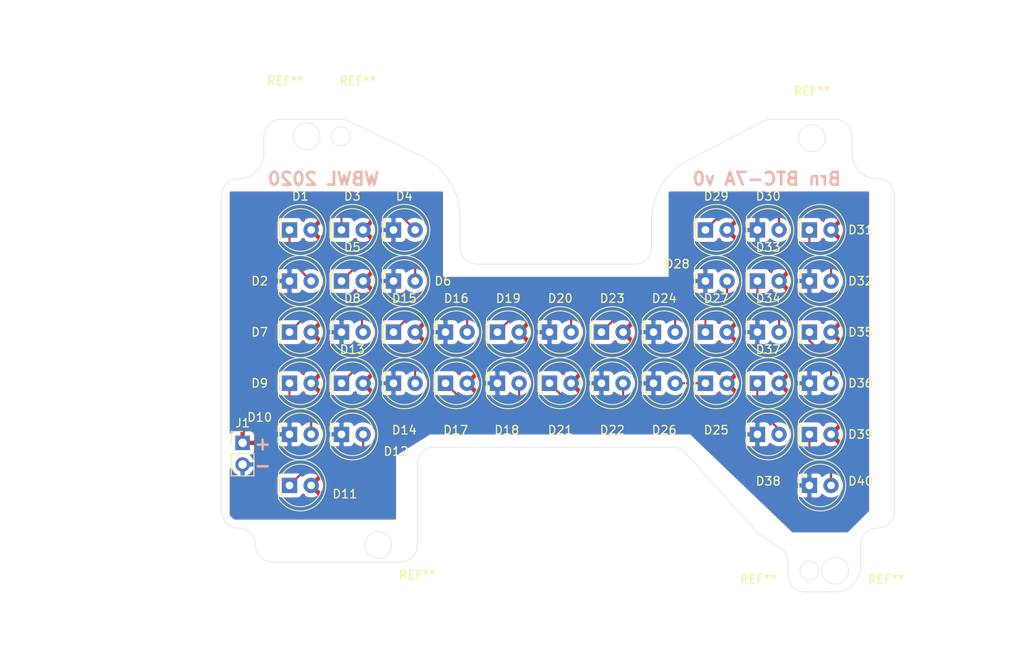
<source format=kicad_pcb>
(kicad_pcb (version 20171130) (host pcbnew "(5.1.6)-1")
  (layers (0 F.Cu signal) (31 B.Cu signal) (34 B.Paste user) (35 F.Paste user) (36 B.SilkS user) (37 F.SilkS user) (38 B.Mask user) (39 F.Mask user) (44 Edge.Cuts user))
  (net 0 "")
  (net 1 LED+)
  (net 2 "Net-(D1-Pad1)")
  (net 3 LED-)
  (net 4 "Net-(D3-Pad1)")
  (net 5 "Net-(D5-Pad1)")
  (net 6 "Net-(D7-Pad1)")
  (net 7 "Net-(D10-Pad2)")
  (net 8 "Net-(D11-Pad1)")
  (net 9 "Net-(D13-Pad1)")
  (net 10 "Net-(D15-Pad1)")
  (net 11 "Net-(D17-Pad1)")
  (net 12 "Net-(D19-Pad1)")
  (net 13 "Net-(D21-Pad1)")
  (net 14 "Net-(D23-Pad1)")
  (net 15 "Net-(D25-Pad1)")
  (net 16 "Net-(D27-Pad1)")
  (net 17 "Net-(D29-Pad1)")
  (net 18 "Net-(D31-Pad1)")
  (net 19 "Net-(D33-Pad1)")
  (net 20 "Net-(D35-Pad1)")
  (net 21 "Net-(D37-Pad1)")
  (net 22 "Net-(D39-Pad1)")
  (module MountingHole:MountingHole_2.1mm (layer F.Cu) (at 197.5 116.5)
    (fp_text reference REF** (at -6 1) (layer F.SilkS))
    (fp_text value MountingHole_2.1mm)
    (pad "" np_thru_hole circle (at 0 0) (size 2.1 2.1) (drill 2.1) (layers *.Cu *.Mask))
  )
  (module MountingHole:MountingHole_2.1mm (layer F.Cu) (at 142.5 65.5)
    (fp_text reference REF** (at 2 -6.5) (layer F.SilkS))
    (fp_text value MountingHole_2.1mm)
    (pad "" np_thru_hole circle (at 0 0) (size 2.1 2.1) (drill 2.1) (layers *.Cu *.Mask))
  )
  (module MountingHole:MountingHole_2.5mm (layer F.Cu) (at 200.5 116.5)
    (fp_text reference REF** (at 6 1) (layer F.SilkS))
    (fp_text value MountingHole_2.5mm)
    (pad 1 np_thru_hole circle (at 0 0) (size 2.5 2.5) (drill 2.5) (layers *.Cu *.Mask))
  )
  (module MountingHole:MountingHole_2.5mm (layer F.Cu) (at 146.9 113.5)
    (fp_text reference REF** (at 4.6 3.5) (layer F.SilkS))
    (fp_text value MountingHole_2.5mm)
    (pad 1 np_thru_hole circle (at 0 0) (size 2.5 2.5) (drill 2.5) (layers *.Cu *.Mask))
  )
  (module MountingHole:MountingHole_2.5mm (layer F.Cu) (at 138.5 65.5)
    (fp_text reference REF** (at -2.5 -6.5) (layer F.SilkS))
    (fp_text value MountingHole_2.5mm)
    (pad 1 np_thru_hole circle (at 0 0) (size 2.5 2.5) (drill 2.5) (layers *.Cu *.Mask))
  )
  (module MountingHole:MountingHole_2.5mm (layer F.Cu) (at 197.8 65.7)
    (fp_text reference REF** (at 0 -5.5) (layer F.SilkS))
    (fp_text value MountingHole_2.5mm)
    (pad 1 np_thru_hole circle (at 0 0) (size 2.5 2.5) (drill 2.5) (layers *.Cu *.Mask))
  )
  (module LED_THT:LED_D5.0mm (layer F.Cu) (at 136.5 76.5)
    (fp_text reference D1 (at 1.27 -3.96) (layer F.SilkS))
    (fp_text value LED)
    (fp_line (start -1.29 -1.545) (end -1.29 1.545) (layer F.SilkS) (width 0.12))
    (fp_circle (center 1.27 0) (end 3.77 0) (layer F.SilkS) (width 0.12))
    (fp_arc (start 1.27 0) (end -1.29 1.54483) (angle -148.9) (layer F.SilkS) (width 0.12))
    (fp_arc (start 1.27 0) (end -1.29 -1.54483) (angle 148.9) (layer F.SilkS) (width 0.12))
    (pad 2 thru_hole circle (at 2.54 0) (size 1.8 1.8) (drill 0.9) (layers *.Cu *.Mask) (net 1 LED+))
    (pad 1 thru_hole rect (at 0 0) (size 1.8 1.8) (drill 0.9) (layers *.Cu *.Mask) (net 2 "Net-(D1-Pad1)"))
  )
  (module LED_THT:LED_D5.0mm (layer F.Cu) (at 136.5 82.5)
    (fp_text reference D2 (at -3.5 0) (layer F.SilkS))
    (fp_text value LED)
    (fp_circle (center 1.27 0) (end 3.77 0) (layer F.SilkS) (width 0.12))
    (fp_line (start -1.29 -1.545) (end -1.29 1.545) (layer F.SilkS) (width 0.12))
    (fp_arc (start 1.27 0) (end -1.29 -1.54483) (angle 148.9) (layer F.SilkS) (width 0.12))
    (fp_arc (start 1.27 0) (end -1.29 1.54483) (angle -148.9) (layer F.SilkS) (width 0.12))
    (pad 1 thru_hole rect (at 0 0) (size 1.8 1.8) (drill 0.9) (layers *.Cu *.Mask) (net 3 LED-))
    (pad 2 thru_hole circle (at 2.54 0) (size 1.8 1.8) (drill 0.9) (layers *.Cu *.Mask) (net 2 "Net-(D1-Pad1)"))
  )
  (module LED_THT:LED_D5.0mm (layer F.Cu) (at 142.6 76.5)
    (fp_text reference D3 (at 1.27 -3.96) (layer F.SilkS))
    (fp_text value LED)
    (fp_circle (center 1.27 0) (end 3.77 0) (layer F.SilkS) (width 0.12))
    (fp_line (start -1.29 -1.545) (end -1.29 1.545) (layer F.SilkS) (width 0.12))
    (fp_arc (start 1.27 0) (end -1.29 -1.54483) (angle 148.9) (layer F.SilkS) (width 0.12))
    (fp_arc (start 1.27 0) (end -1.29 1.54483) (angle -148.9) (layer F.SilkS) (width 0.12))
    (pad 1 thru_hole rect (at 0 0) (size 1.8 1.8) (drill 0.9) (layers *.Cu *.Mask) (net 4 "Net-(D3-Pad1)"))
    (pad 2 thru_hole circle (at 2.54 0) (size 1.8 1.8) (drill 0.9) (layers *.Cu *.Mask) (net 1 LED+))
  )
  (module LED_THT:LED_D5.0mm (layer F.Cu) (at 148.7 76.5)
    (fp_text reference D4 (at 1.27 -3.96) (layer F.SilkS))
    (fp_text value LED)
    (fp_line (start -1.29 -1.545) (end -1.29 1.545) (layer F.SilkS) (width 0.12))
    (fp_circle (center 1.27 0) (end 3.77 0) (layer F.SilkS) (width 0.12))
    (fp_arc (start 1.27 0) (end -1.29 1.54483) (angle -148.9) (layer F.SilkS) (width 0.12))
    (fp_arc (start 1.27 0) (end -1.29 -1.54483) (angle 148.9) (layer F.SilkS) (width 0.12))
    (pad 2 thru_hole circle (at 2.54 0) (size 1.8 1.8) (drill 0.9) (layers *.Cu *.Mask) (net 4 "Net-(D3-Pad1)"))
    (pad 1 thru_hole rect (at 0 0) (size 1.8 1.8) (drill 0.9) (layers *.Cu *.Mask) (net 3 LED-))
  )
  (module LED_THT:LED_D5.0mm (layer F.Cu) (at 142.6 82.5)
    (fp_text reference D5 (at 1.27 -3.96) (layer F.SilkS))
    (fp_text value LED)
    (fp_circle (center 1.27 0) (end 3.77 0) (layer F.SilkS) (width 0.12))
    (fp_line (start -1.29 -1.545) (end -1.29 1.545) (layer F.SilkS) (width 0.12))
    (fp_arc (start 1.27 0) (end -1.29 -1.54483) (angle 148.9) (layer F.SilkS) (width 0.12))
    (fp_arc (start 1.27 0) (end -1.29 1.54483) (angle -148.9) (layer F.SilkS) (width 0.12))
    (pad 1 thru_hole rect (at 0 0) (size 1.8 1.8) (drill 0.9) (layers *.Cu *.Mask) (net 5 "Net-(D5-Pad1)"))
    (pad 2 thru_hole circle (at 2.54 0) (size 1.8 1.8) (drill 0.9) (layers *.Cu *.Mask) (net 1 LED+))
  )
  (module LED_THT:LED_D5.0mm (layer F.Cu) (at 148.7 82.5)
    (fp_text reference D6 (at 5.8 0) (layer F.SilkS))
    (fp_text value LED)
    (fp_line (start -1.29 -1.545) (end -1.29 1.545) (layer F.SilkS) (width 0.12))
    (fp_circle (center 1.27 0) (end 3.77 0) (layer F.SilkS) (width 0.12))
    (fp_arc (start 1.27 0) (end -1.29 1.54483) (angle -148.9) (layer F.SilkS) (width 0.12))
    (fp_arc (start 1.27 0) (end -1.29 -1.54483) (angle 148.9) (layer F.SilkS) (width 0.12))
    (pad 2 thru_hole circle (at 2.54 0) (size 1.8 1.8) (drill 0.9) (layers *.Cu *.Mask) (net 5 "Net-(D5-Pad1)"))
    (pad 1 thru_hole rect (at 0 0) (size 1.8 1.8) (drill 0.9) (layers *.Cu *.Mask) (net 3 LED-))
  )
  (module LED_THT:LED_D5.0mm (layer F.Cu) (at 136.5 88.5)
    (fp_text reference D7 (at -3.5 0) (layer F.SilkS))
    (fp_text value LED)
    (fp_circle (center 1.27 0) (end 3.77 0) (layer F.SilkS) (width 0.12))
    (fp_line (start -1.29 -1.545) (end -1.29 1.545) (layer F.SilkS) (width 0.12))
    (fp_arc (start 1.27 0) (end -1.29 -1.54483) (angle 148.9) (layer F.SilkS) (width 0.12))
    (fp_arc (start 1.27 0) (end -1.29 1.54483) (angle -148.9) (layer F.SilkS) (width 0.12))
    (pad 1 thru_hole rect (at 0 0) (size 1.8 1.8) (drill 0.9) (layers *.Cu *.Mask) (net 6 "Net-(D7-Pad1)"))
    (pad 2 thru_hole circle (at 2.54 0) (size 1.8 1.8) (drill 0.9) (layers *.Cu *.Mask) (net 1 LED+))
  )
  (module LED_THT:LED_D5.0mm (layer F.Cu) (at 142.6 88.5)
    (fp_text reference D8 (at 1.27 -3.96) (layer F.SilkS))
    (fp_text value LED)
    (fp_line (start -1.29 -1.545) (end -1.29 1.545) (layer F.SilkS) (width 0.12))
    (fp_circle (center 1.27 0) (end 3.77 0) (layer F.SilkS) (width 0.12))
    (fp_arc (start 1.27 0) (end -1.29 1.54483) (angle -148.9) (layer F.SilkS) (width 0.12))
    (fp_arc (start 1.27 0) (end -1.29 -1.54483) (angle 148.9) (layer F.SilkS) (width 0.12))
    (pad 2 thru_hole circle (at 2.54 0) (size 1.8 1.8) (drill 0.9) (layers *.Cu *.Mask) (net 6 "Net-(D7-Pad1)"))
    (pad 1 thru_hole rect (at 0 0) (size 1.8 1.8) (drill 0.9) (layers *.Cu *.Mask) (net 3 LED-))
  )
  (module LED_THT:LED_D5.0mm (layer F.Cu) (at 136.5 94.5)
    (fp_text reference D9 (at -3.5 0) (layer F.SilkS))
    (fp_text value LED)
    (fp_circle (center 1.27 0) (end 3.77 0) (layer F.SilkS) (width 0.12))
    (fp_line (start -1.29 -1.545) (end -1.29 1.545) (layer F.SilkS) (width 0.12))
    (fp_arc (start 1.27 0) (end -1.29 -1.54483) (angle 148.9) (layer F.SilkS) (width 0.12))
    (fp_arc (start 1.27 0) (end -1.29 1.54483) (angle -148.9) (layer F.SilkS) (width 0.12))
    (pad 1 thru_hole rect (at 0 0) (size 1.8 1.8) (drill 0.9) (layers *.Cu *.Mask) (net 7 "Net-(D10-Pad2)"))
    (pad 2 thru_hole circle (at 2.54 0) (size 1.8 1.8) (drill 0.9) (layers *.Cu *.Mask) (net 1 LED+))
  )
  (module LED_THT:LED_D5.0mm (layer F.Cu) (at 136.5 100.5)
    (fp_text reference D10 (at -3.5 -2) (layer F.SilkS))
    (fp_text value LED)
    (fp_line (start -1.29 -1.545) (end -1.29 1.545) (layer F.SilkS) (width 0.12))
    (fp_circle (center 1.27 0) (end 3.77 0) (layer F.SilkS) (width 0.12))
    (fp_arc (start 1.27 0) (end -1.29 1.54483) (angle -148.9) (layer F.SilkS) (width 0.12))
    (fp_arc (start 1.27 0) (end -1.29 -1.54483) (angle 148.9) (layer F.SilkS) (width 0.12))
    (pad 2 thru_hole circle (at 2.54 0) (size 1.8 1.8) (drill 0.9) (layers *.Cu *.Mask) (net 7 "Net-(D10-Pad2)"))
    (pad 1 thru_hole rect (at 0 0) (size 1.8 1.8) (drill 0.9) (layers *.Cu *.Mask) (net 3 LED-))
  )
  (module LED_THT:LED_D5.0mm (layer F.Cu) (at 136.5 106.5)
    (fp_text reference D11 (at 6.5 1) (layer F.SilkS))
    (fp_text value LED)
    (fp_circle (center 1.27 0) (end 3.77 0) (layer F.SilkS) (width 0.12))
    (fp_line (start -1.29 -1.545) (end -1.29 1.545) (layer F.SilkS) (width 0.12))
    (fp_arc (start 1.27 0) (end -1.29 -1.54483) (angle 148.9) (layer F.SilkS) (width 0.12))
    (fp_arc (start 1.27 0) (end -1.29 1.54483) (angle -148.9) (layer F.SilkS) (width 0.12))
    (pad 1 thru_hole rect (at 0 0) (size 1.8 1.8) (drill 0.9) (layers *.Cu *.Mask) (net 8 "Net-(D11-Pad1)"))
    (pad 2 thru_hole circle (at 2.54 0) (size 1.8 1.8) (drill 0.9) (layers *.Cu *.Mask) (net 1 LED+))
  )
  (module LED_THT:LED_D5.0mm (layer F.Cu) (at 142.6 100.5)
    (fp_text reference D12 (at 6.4 2) (layer F.SilkS))
    (fp_text value LED)
    (fp_line (start -1.29 -1.545) (end -1.29 1.545) (layer F.SilkS) (width 0.12))
    (fp_circle (center 1.27 0) (end 3.77 0) (layer F.SilkS) (width 0.12))
    (fp_arc (start 1.27 0) (end -1.29 1.54483) (angle -148.9) (layer F.SilkS) (width 0.12))
    (fp_arc (start 1.27 0) (end -1.29 -1.54483) (angle 148.9) (layer F.SilkS) (width 0.12))
    (pad 2 thru_hole circle (at 2.54 0) (size 1.8 1.8) (drill 0.9) (layers *.Cu *.Mask) (net 8 "Net-(D11-Pad1)"))
    (pad 1 thru_hole rect (at 0 0) (size 1.8 1.8) (drill 0.9) (layers *.Cu *.Mask) (net 3 LED-))
  )
  (module LED_THT:LED_D5.0mm (layer F.Cu) (at 142.6 94.5)
    (fp_text reference D13 (at 1.27 -3.96) (layer F.SilkS))
    (fp_text value LED)
    (fp_circle (center 1.27 0) (end 3.77 0) (layer F.SilkS) (width 0.12))
    (fp_line (start -1.29 -1.545) (end -1.29 1.545) (layer F.SilkS) (width 0.12))
    (fp_arc (start 1.27 0) (end -1.29 -1.54483) (angle 148.9) (layer F.SilkS) (width 0.12))
    (fp_arc (start 1.27 0) (end -1.29 1.54483) (angle -148.9) (layer F.SilkS) (width 0.12))
    (pad 1 thru_hole rect (at 0 0) (size 1.8 1.8) (drill 0.9) (layers *.Cu *.Mask) (net 9 "Net-(D13-Pad1)"))
    (pad 2 thru_hole circle (at 2.54 0) (size 1.8 1.8) (drill 0.9) (layers *.Cu *.Mask) (net 1 LED+))
  )
  (module LED_THT:LED_D5.0mm (layer F.Cu) (at 148.7 94.5)
    (fp_text reference D14 (at 1.27 5.5) (layer F.SilkS))
    (fp_text value LED)
    (fp_line (start -1.29 -1.545) (end -1.29 1.545) (layer F.SilkS) (width 0.12))
    (fp_circle (center 1.27 0) (end 3.77 0) (layer F.SilkS) (width 0.12))
    (fp_arc (start 1.27 0) (end -1.29 1.54483) (angle -148.9) (layer F.SilkS) (width 0.12))
    (fp_arc (start 1.27 0) (end -1.29 -1.54483) (angle 148.9) (layer F.SilkS) (width 0.12))
    (pad 2 thru_hole circle (at 2.54 0) (size 1.8 1.8) (drill 0.9) (layers *.Cu *.Mask) (net 9 "Net-(D13-Pad1)"))
    (pad 1 thru_hole rect (at 0 0) (size 1.8 1.8) (drill 0.9) (layers *.Cu *.Mask) (net 3 LED-))
  )
  (module LED_THT:LED_D5.0mm (layer F.Cu) (at 148.7 88.5)
    (fp_text reference D15 (at 1.27 -3.96) (layer F.SilkS))
    (fp_text value LED)
    (fp_circle (center 1.27 0) (end 3.77 0) (layer F.SilkS) (width 0.12))
    (fp_line (start -1.29 -1.545) (end -1.29 1.545) (layer F.SilkS) (width 0.12))
    (fp_arc (start 1.27 0) (end -1.29 -1.54483) (angle 148.9) (layer F.SilkS) (width 0.12))
    (fp_arc (start 1.27 0) (end -1.29 1.54483) (angle -148.9) (layer F.SilkS) (width 0.12))
    (pad 1 thru_hole rect (at 0 0) (size 1.8 1.8) (drill 0.9) (layers *.Cu *.Mask) (net 10 "Net-(D15-Pad1)"))
    (pad 2 thru_hole circle (at 2.54 0) (size 1.8 1.8) (drill 0.9) (layers *.Cu *.Mask) (net 1 LED+))
  )
  (module LED_THT:LED_D5.0mm (layer F.Cu) (at 154.8 88.5)
    (fp_text reference D16 (at 1.27 -3.96) (layer F.SilkS))
    (fp_text value LED)
    (fp_line (start -1.29 -1.545) (end -1.29 1.545) (layer F.SilkS) (width 0.12))
    (fp_circle (center 1.27 0) (end 3.77 0) (layer F.SilkS) (width 0.12))
    (fp_arc (start 1.27 0) (end -1.29 1.54483) (angle -148.9) (layer F.SilkS) (width 0.12))
    (fp_arc (start 1.27 0) (end -1.29 -1.54483) (angle 148.9) (layer F.SilkS) (width 0.12))
    (pad 2 thru_hole circle (at 2.54 0) (size 1.8 1.8) (drill 0.9) (layers *.Cu *.Mask) (net 10 "Net-(D15-Pad1)"))
    (pad 1 thru_hole rect (at 0 0) (size 1.8 1.8) (drill 0.9) (layers *.Cu *.Mask) (net 3 LED-))
  )
  (module LED_THT:LED_D5.0mm (layer F.Cu) (at 154.8 94.5)
    (fp_text reference D17 (at 1.2 5.5) (layer F.SilkS))
    (fp_text value LED)
    (fp_circle (center 1.27 0) (end 3.77 0) (layer F.SilkS) (width 0.12))
    (fp_line (start -1.29 -1.545) (end -1.29 1.545) (layer F.SilkS) (width 0.12))
    (fp_arc (start 1.27 0) (end -1.29 -1.54483) (angle 148.9) (layer F.SilkS) (width 0.12))
    (fp_arc (start 1.27 0) (end -1.29 1.54483) (angle -148.9) (layer F.SilkS) (width 0.12))
    (pad 1 thru_hole rect (at 0 0) (size 1.8 1.8) (drill 0.9) (layers *.Cu *.Mask) (net 11 "Net-(D17-Pad1)"))
    (pad 2 thru_hole circle (at 2.54 0) (size 1.8 1.8) (drill 0.9) (layers *.Cu *.Mask) (net 1 LED+))
  )
  (module LED_THT:LED_D5.0mm (layer F.Cu) (at 160.9 94.5)
    (fp_text reference D18 (at 1.1 5.5) (layer F.SilkS))
    (fp_text value LED)
    (fp_line (start -1.29 -1.545) (end -1.29 1.545) (layer F.SilkS) (width 0.12))
    (fp_circle (center 1.27 0) (end 3.77 0) (layer F.SilkS) (width 0.12))
    (fp_arc (start 1.27 0) (end -1.29 1.54483) (angle -148.9) (layer F.SilkS) (width 0.12))
    (fp_arc (start 1.27 0) (end -1.29 -1.54483) (angle 148.9) (layer F.SilkS) (width 0.12))
    (pad 2 thru_hole circle (at 2.54 0) (size 1.8 1.8) (drill 0.9) (layers *.Cu *.Mask) (net 11 "Net-(D17-Pad1)"))
    (pad 1 thru_hole rect (at 0 0) (size 1.8 1.8) (drill 0.9) (layers *.Cu *.Mask) (net 3 LED-))
  )
  (module LED_THT:LED_D5.0mm (layer F.Cu) (at 160.9 88.5)
    (fp_text reference D19 (at 1.27 -3.96) (layer F.SilkS))
    (fp_text value LED)
    (fp_circle (center 1.27 0) (end 3.77 0) (layer F.SilkS) (width 0.12))
    (fp_line (start -1.29 -1.545) (end -1.29 1.545) (layer F.SilkS) (width 0.12))
    (fp_arc (start 1.27 0) (end -1.29 -1.54483) (angle 148.9) (layer F.SilkS) (width 0.12))
    (fp_arc (start 1.27 0) (end -1.29 1.54483) (angle -148.9) (layer F.SilkS) (width 0.12))
    (pad 1 thru_hole rect (at 0 0) (size 1.8 1.8) (drill 0.9) (layers *.Cu *.Mask) (net 12 "Net-(D19-Pad1)"))
    (pad 2 thru_hole circle (at 2.54 0) (size 1.8 1.8) (drill 0.9) (layers *.Cu *.Mask) (net 1 LED+))
  )
  (module LED_THT:LED_D5.0mm (layer F.Cu) (at 167 88.5)
    (fp_text reference D20 (at 1.27 -3.96) (layer F.SilkS))
    (fp_text value LED)
    (fp_circle (center 1.27 0) (end 3.77 0) (layer F.SilkS) (width 0.12))
    (fp_line (start -1.29 -1.545) (end -1.29 1.545) (layer F.SilkS) (width 0.12))
    (fp_arc (start 1.27 0) (end -1.29 -1.54483) (angle 148.9) (layer F.SilkS) (width 0.12))
    (fp_arc (start 1.27 0) (end -1.29 1.54483) (angle -148.9) (layer F.SilkS) (width 0.12))
    (pad 1 thru_hole rect (at 0 0) (size 1.8 1.8) (drill 0.9) (layers *.Cu *.Mask) (net 3 LED-))
    (pad 2 thru_hole circle (at 2.54 0) (size 1.8 1.8) (drill 0.9) (layers *.Cu *.Mask) (net 12 "Net-(D19-Pad1)"))
  )
  (module LED_THT:LED_D5.0mm (layer F.Cu) (at 167 94.5)
    (fp_text reference D21 (at 1.27 5.5) (layer F.SilkS))
    (fp_text value LED)
    (fp_line (start -1.29 -1.545) (end -1.29 1.545) (layer F.SilkS) (width 0.12))
    (fp_circle (center 1.27 0) (end 3.77 0) (layer F.SilkS) (width 0.12))
    (fp_arc (start 1.27 0) (end -1.29 1.54483) (angle -148.9) (layer F.SilkS) (width 0.12))
    (fp_arc (start 1.27 0) (end -1.29 -1.54483) (angle 148.9) (layer F.SilkS) (width 0.12))
    (pad 2 thru_hole circle (at 2.54 0) (size 1.8 1.8) (drill 0.9) (layers *.Cu *.Mask) (net 1 LED+))
    (pad 1 thru_hole rect (at 0 0) (size 1.8 1.8) (drill 0.9) (layers *.Cu *.Mask) (net 13 "Net-(D21-Pad1)"))
  )
  (module LED_THT:LED_D5.0mm (layer F.Cu) (at 173.1 94.5)
    (fp_text reference D22 (at 1.27 5.5) (layer F.SilkS))
    (fp_text value LED)
    (fp_line (start -1.29 -1.545) (end -1.29 1.545) (layer F.SilkS) (width 0.12))
    (fp_circle (center 1.27 0) (end 3.77 0) (layer F.SilkS) (width 0.12))
    (fp_arc (start 1.27 0) (end -1.29 1.54483) (angle -148.9) (layer F.SilkS) (width 0.12))
    (fp_arc (start 1.27 0) (end -1.29 -1.54483) (angle 148.9) (layer F.SilkS) (width 0.12))
    (pad 2 thru_hole circle (at 2.54 0) (size 1.8 1.8) (drill 0.9) (layers *.Cu *.Mask) (net 13 "Net-(D21-Pad1)"))
    (pad 1 thru_hole rect (at 0 0) (size 1.8 1.8) (drill 0.9) (layers *.Cu *.Mask) (net 3 LED-))
  )
  (module LED_THT:LED_D5.0mm (layer F.Cu) (at 173.1 88.5)
    (fp_text reference D23 (at 1.27 -3.96) (layer F.SilkS))
    (fp_text value LED)
    (fp_circle (center 1.27 0) (end 3.77 0) (layer F.SilkS) (width 0.12))
    (fp_line (start -1.29 -1.545) (end -1.29 1.545) (layer F.SilkS) (width 0.12))
    (fp_arc (start 1.27 0) (end -1.29 -1.54483) (angle 148.9) (layer F.SilkS) (width 0.12))
    (fp_arc (start 1.27 0) (end -1.29 1.54483) (angle -148.9) (layer F.SilkS) (width 0.12))
    (pad 1 thru_hole rect (at 0 0) (size 1.8 1.8) (drill 0.9) (layers *.Cu *.Mask) (net 14 "Net-(D23-Pad1)"))
    (pad 2 thru_hole circle (at 2.54 0) (size 1.8 1.8) (drill 0.9) (layers *.Cu *.Mask) (net 1 LED+))
  )
  (module LED_THT:LED_D5.0mm (layer F.Cu) (at 179.2 88.5)
    (fp_text reference D24 (at 1.27 -3.96) (layer F.SilkS))
    (fp_text value LED)
    (fp_line (start -1.29 -1.545) (end -1.29 1.545) (layer F.SilkS) (width 0.12))
    (fp_circle (center 1.27 0) (end 3.77 0) (layer F.SilkS) (width 0.12))
    (fp_arc (start 1.27 0) (end -1.29 1.54483) (angle -148.9) (layer F.SilkS) (width 0.12))
    (fp_arc (start 1.27 0) (end -1.29 -1.54483) (angle 148.9) (layer F.SilkS) (width 0.12))
    (pad 2 thru_hole circle (at 2.54 0) (size 1.8 1.8) (drill 0.9) (layers *.Cu *.Mask) (net 14 "Net-(D23-Pad1)"))
    (pad 1 thru_hole rect (at 0 0) (size 1.8 1.8) (drill 0.9) (layers *.Cu *.Mask) (net 3 LED-))
  )
  (module LED_THT:LED_D5.0mm (layer F.Cu) (at 185.3 94.5)
    (fp_text reference D25 (at 1.27 5.5) (layer F.SilkS))
    (fp_text value LED)
    (fp_circle (center 1.27 0) (end 3.77 0) (layer F.SilkS) (width 0.12))
    (fp_line (start -1.29 -1.545) (end -1.29 1.545) (layer F.SilkS) (width 0.12))
    (fp_arc (start 1.27 0) (end -1.29 -1.54483) (angle 148.9) (layer F.SilkS) (width 0.12))
    (fp_arc (start 1.27 0) (end -1.29 1.54483) (angle -148.9) (layer F.SilkS) (width 0.12))
    (pad 1 thru_hole rect (at 0 0) (size 1.8 1.8) (drill 0.9) (layers *.Cu *.Mask) (net 15 "Net-(D25-Pad1)"))
    (pad 2 thru_hole circle (at 2.54 0) (size 1.8 1.8) (drill 0.9) (layers *.Cu *.Mask) (net 1 LED+))
  )
  (module LED_THT:LED_D5.0mm (layer F.Cu) (at 179.2 94.5)
    (fp_text reference D26 (at 1.27 5.5) (layer F.SilkS))
    (fp_text value LED)
    (fp_line (start -1.29 -1.545) (end -1.29 1.545) (layer F.SilkS) (width 0.12))
    (fp_circle (center 1.27 0) (end 3.77 0) (layer F.SilkS) (width 0.12))
    (fp_arc (start 1.27 0) (end -1.29 1.54483) (angle -148.9) (layer F.SilkS) (width 0.12))
    (fp_arc (start 1.27 0) (end -1.29 -1.54483) (angle 148.9) (layer F.SilkS) (width 0.12))
    (pad 2 thru_hole circle (at 2.54 0) (size 1.8 1.8) (drill 0.9) (layers *.Cu *.Mask) (net 15 "Net-(D25-Pad1)"))
    (pad 1 thru_hole rect (at 0 0) (size 1.8 1.8) (drill 0.9) (layers *.Cu *.Mask) (net 3 LED-))
  )
  (module LED_THT:LED_D5.0mm (layer F.Cu) (at 185.3 88.5)
    (fp_text reference D27 (at 1.27 -3.96) (layer F.SilkS))
    (fp_text value LED)
    (fp_circle (center 1.27 0) (end 3.77 0) (layer F.SilkS) (width 0.12))
    (fp_line (start -1.29 -1.545) (end -1.29 1.545) (layer F.SilkS) (width 0.12))
    (fp_arc (start 1.27 0) (end -1.29 -1.54483) (angle 148.9) (layer F.SilkS) (width 0.12))
    (fp_arc (start 1.27 0) (end -1.29 1.54483) (angle -148.9) (layer F.SilkS) (width 0.12))
    (pad 1 thru_hole rect (at 0 0) (size 1.8 1.8) (drill 0.9) (layers *.Cu *.Mask) (net 16 "Net-(D27-Pad1)"))
    (pad 2 thru_hole circle (at 2.54 0) (size 1.8 1.8) (drill 0.9) (layers *.Cu *.Mask) (net 1 LED+))
  )
  (module LED_THT:LED_D5.0mm (layer F.Cu) (at 185.3 82.5)
    (fp_text reference D28 (at -3.3 -2) (layer F.SilkS))
    (fp_text value LED)
    (fp_line (start -1.29 -1.545) (end -1.29 1.545) (layer F.SilkS) (width 0.12))
    (fp_circle (center 1.27 0) (end 3.77 0) (layer F.SilkS) (width 0.12))
    (fp_arc (start 1.27 0) (end -1.29 1.54483) (angle -148.9) (layer F.SilkS) (width 0.12))
    (fp_arc (start 1.27 0) (end -1.29 -1.54483) (angle 148.9) (layer F.SilkS) (width 0.12))
    (pad 2 thru_hole circle (at 2.54 0) (size 1.8 1.8) (drill 0.9) (layers *.Cu *.Mask) (net 16 "Net-(D27-Pad1)"))
    (pad 1 thru_hole rect (at 0 0) (size 1.8 1.8) (drill 0.9) (layers *.Cu *.Mask) (net 3 LED-))
  )
  (module LED_THT:LED_D5.0mm (layer F.Cu) (at 185.3 76.5)
    (fp_text reference D29 (at 1.27 -3.96) (layer F.SilkS))
    (fp_text value LED)
    (fp_circle (center 1.27 0) (end 3.77 0) (layer F.SilkS) (width 0.12))
    (fp_line (start -1.29 -1.545) (end -1.29 1.545) (layer F.SilkS) (width 0.12))
    (fp_arc (start 1.27 0) (end -1.29 -1.54483) (angle 148.9) (layer F.SilkS) (width 0.12))
    (fp_arc (start 1.27 0) (end -1.29 1.54483) (angle -148.9) (layer F.SilkS) (width 0.12))
    (pad 1 thru_hole rect (at 0 0) (size 1.8 1.8) (drill 0.9) (layers *.Cu *.Mask) (net 17 "Net-(D29-Pad1)"))
    (pad 2 thru_hole circle (at 2.54 0) (size 1.8 1.8) (drill 0.9) (layers *.Cu *.Mask) (net 1 LED+))
  )
  (module LED_THT:LED_D5.0mm (layer F.Cu) (at 191.4 76.5)
    (fp_text reference D30 (at 1.27 -3.96) (layer F.SilkS))
    (fp_text value LED)
    (fp_line (start -1.29 -1.545) (end -1.29 1.545) (layer F.SilkS) (width 0.12))
    (fp_circle (center 1.27 0) (end 3.77 0) (layer F.SilkS) (width 0.12))
    (fp_arc (start 1.27 0) (end -1.29 1.54483) (angle -148.9) (layer F.SilkS) (width 0.12))
    (fp_arc (start 1.27 0) (end -1.29 -1.54483) (angle 148.9) (layer F.SilkS) (width 0.12))
    (pad 2 thru_hole circle (at 2.54 0) (size 1.8 1.8) (drill 0.9) (layers *.Cu *.Mask) (net 17 "Net-(D29-Pad1)"))
    (pad 1 thru_hole rect (at 0 0) (size 1.8 1.8) (drill 0.9) (layers *.Cu *.Mask) (net 3 LED-))
  )
  (module LED_THT:LED_D5.0mm (layer F.Cu) (at 197.5 76.5)
    (fp_text reference D31 (at 6 0) (layer F.SilkS))
    (fp_text value LED)
    (fp_circle (center 1.27 0) (end 3.77 0) (layer F.SilkS) (width 0.12))
    (fp_line (start -1.29 -1.545) (end -1.29 1.545) (layer F.SilkS) (width 0.12))
    (fp_arc (start 1.27 0) (end -1.29 -1.54483) (angle 148.9) (layer F.SilkS) (width 0.12))
    (fp_arc (start 1.27 0) (end -1.29 1.54483) (angle -148.9) (layer F.SilkS) (width 0.12))
    (pad 1 thru_hole rect (at 0 0) (size 1.8 1.8) (drill 0.9) (layers *.Cu *.Mask) (net 18 "Net-(D31-Pad1)"))
    (pad 2 thru_hole circle (at 2.54 0) (size 1.8 1.8) (drill 0.9) (layers *.Cu *.Mask) (net 1 LED+))
  )
  (module LED_THT:LED_D5.0mm (layer F.Cu) (at 197.5 82.5)
    (fp_text reference D32 (at 6 0) (layer F.SilkS))
    (fp_text value LED)
    (fp_line (start -1.29 -1.545) (end -1.29 1.545) (layer F.SilkS) (width 0.12))
    (fp_circle (center 1.27 0) (end 3.77 0) (layer F.SilkS) (width 0.12))
    (fp_arc (start 1.27 0) (end -1.29 1.54483) (angle -148.9) (layer F.SilkS) (width 0.12))
    (fp_arc (start 1.27 0) (end -1.29 -1.54483) (angle 148.9) (layer F.SilkS) (width 0.12))
    (pad 2 thru_hole circle (at 2.54 0) (size 1.8 1.8) (drill 0.9) (layers *.Cu *.Mask) (net 18 "Net-(D31-Pad1)"))
    (pad 1 thru_hole rect (at 0 0) (size 1.8 1.8) (drill 0.9) (layers *.Cu *.Mask) (net 3 LED-))
  )
  (module LED_THT:LED_D5.0mm (layer F.Cu) (at 191.4 82.5)
    (fp_text reference D33 (at 1.27 -3.96) (layer F.SilkS))
    (fp_text value LED)
    (fp_circle (center 1.27 0) (end 3.77 0) (layer F.SilkS) (width 0.12))
    (fp_line (start -1.29 -1.545) (end -1.29 1.545) (layer F.SilkS) (width 0.12))
    (fp_arc (start 1.27 0) (end -1.29 -1.54483) (angle 148.9) (layer F.SilkS) (width 0.12))
    (fp_arc (start 1.27 0) (end -1.29 1.54483) (angle -148.9) (layer F.SilkS) (width 0.12))
    (pad 1 thru_hole rect (at 0 0) (size 1.8 1.8) (drill 0.9) (layers *.Cu *.Mask) (net 19 "Net-(D33-Pad1)"))
    (pad 2 thru_hole circle (at 2.54 0) (size 1.8 1.8) (drill 0.9) (layers *.Cu *.Mask) (net 1 LED+))
  )
  (module LED_THT:LED_D5.0mm (layer F.Cu) (at 191.4 88.5)
    (fp_text reference D34 (at 1.27 -3.96) (layer F.SilkS))
    (fp_text value LED)
    (fp_line (start -1.29 -1.545) (end -1.29 1.545) (layer F.SilkS) (width 0.12))
    (fp_circle (center 1.27 0) (end 3.77 0) (layer F.SilkS) (width 0.12))
    (fp_arc (start 1.27 0) (end -1.29 1.54483) (angle -148.9) (layer F.SilkS) (width 0.12))
    (fp_arc (start 1.27 0) (end -1.29 -1.54483) (angle 148.9) (layer F.SilkS) (width 0.12))
    (pad 2 thru_hole circle (at 2.54 0) (size 1.8 1.8) (drill 0.9) (layers *.Cu *.Mask) (net 19 "Net-(D33-Pad1)"))
    (pad 1 thru_hole rect (at 0 0) (size 1.8 1.8) (drill 0.9) (layers *.Cu *.Mask) (net 3 LED-))
  )
  (module LED_THT:LED_D5.0mm (layer F.Cu) (at 197.5 88.5)
    (fp_text reference D35 (at 6 0) (layer F.SilkS))
    (fp_text value LED)
    (fp_circle (center 1.27 0) (end 3.77 0) (layer F.SilkS) (width 0.12))
    (fp_line (start -1.29 -1.545) (end -1.29 1.545) (layer F.SilkS) (width 0.12))
    (fp_arc (start 1.27 0) (end -1.29 -1.54483) (angle 148.9) (layer F.SilkS) (width 0.12))
    (fp_arc (start 1.27 0) (end -1.29 1.54483) (angle -148.9) (layer F.SilkS) (width 0.12))
    (pad 1 thru_hole rect (at 0 0) (size 1.8 1.8) (drill 0.9) (layers *.Cu *.Mask) (net 20 "Net-(D35-Pad1)"))
    (pad 2 thru_hole circle (at 2.54 0) (size 1.8 1.8) (drill 0.9) (layers *.Cu *.Mask) (net 1 LED+))
  )
  (module LED_THT:LED_D5.0mm (layer F.Cu) (at 197.5 94.5)
    (fp_text reference D36 (at 6 0) (layer F.SilkS))
    (fp_text value LED)
    (fp_line (start -1.29 -1.545) (end -1.29 1.545) (layer F.SilkS) (width 0.12))
    (fp_circle (center 1.27 0) (end 3.77 0) (layer F.SilkS) (width 0.12))
    (fp_arc (start 1.27 0) (end -1.29 1.54483) (angle -148.9) (layer F.SilkS) (width 0.12))
    (fp_arc (start 1.27 0) (end -1.29 -1.54483) (angle 148.9) (layer F.SilkS) (width 0.12))
    (pad 2 thru_hole circle (at 2.54 0) (size 1.8 1.8) (drill 0.9) (layers *.Cu *.Mask) (net 20 "Net-(D35-Pad1)"))
    (pad 1 thru_hole rect (at 0 0) (size 1.8 1.8) (drill 0.9) (layers *.Cu *.Mask) (net 3 LED-))
  )
  (module LED_THT:LED_D5.0mm (layer F.Cu) (at 191.4 94.5)
    (fp_text reference D37 (at 1.27 -3.96) (layer F.SilkS))
    (fp_text value LED)
    (fp_circle (center 1.27 0) (end 3.77 0) (layer F.SilkS) (width 0.12))
    (fp_line (start -1.29 -1.545) (end -1.29 1.545) (layer F.SilkS) (width 0.12))
    (fp_arc (start 1.27 0) (end -1.29 -1.54483) (angle 148.9) (layer F.SilkS) (width 0.12))
    (fp_arc (start 1.27 0) (end -1.29 1.54483) (angle -148.9) (layer F.SilkS) (width 0.12))
    (pad 1 thru_hole rect (at 0 0) (size 1.8 1.8) (drill 0.9) (layers *.Cu *.Mask) (net 21 "Net-(D37-Pad1)"))
    (pad 2 thru_hole circle (at 2.54 0) (size 1.8 1.8) (drill 0.9) (layers *.Cu *.Mask) (net 1 LED+))
  )
  (module LED_THT:LED_D5.0mm (layer F.Cu) (at 191.4 100.5)
    (fp_text reference D38 (at 1.27 5.5) (layer F.SilkS))
    (fp_text value LED)
    (fp_line (start -1.29 -1.545) (end -1.29 1.545) (layer F.SilkS) (width 0.12))
    (fp_circle (center 1.27 0) (end 3.77 0) (layer F.SilkS) (width 0.12))
    (fp_arc (start 1.27 0) (end -1.29 1.54483) (angle -148.9) (layer F.SilkS) (width 0.12))
    (fp_arc (start 1.27 0) (end -1.29 -1.54483) (angle 148.9) (layer F.SilkS) (width 0.12))
    (pad 2 thru_hole circle (at 2.54 0) (size 1.8 1.8) (drill 0.9) (layers *.Cu *.Mask) (net 21 "Net-(D37-Pad1)"))
    (pad 1 thru_hole rect (at 0 0) (size 1.8 1.8) (drill 0.9) (layers *.Cu *.Mask) (net 3 LED-))
  )
  (module LED_THT:LED_D5.0mm (layer F.Cu) (at 197.5 100.5)
    (fp_text reference D39 (at 6 0) (layer F.SilkS))
    (fp_text value LED)
    (fp_circle (center 1.27 0) (end 3.77 0) (layer F.SilkS) (width 0.12))
    (fp_line (start -1.29 -1.545) (end -1.29 1.545) (layer F.SilkS) (width 0.12))
    (fp_arc (start 1.27 0) (end -1.29 -1.54483) (angle 148.9) (layer F.SilkS) (width 0.12))
    (fp_arc (start 1.27 0) (end -1.29 1.54483) (angle -148.9) (layer F.SilkS) (width 0.12))
    (pad 1 thru_hole rect (at 0 0) (size 1.8 1.8) (drill 0.9) (layers *.Cu *.Mask) (net 22 "Net-(D39-Pad1)"))
    (pad 2 thru_hole circle (at 2.54 0) (size 1.8 1.8) (drill 0.9) (layers *.Cu *.Mask) (net 1 LED+))
  )
  (module LED_THT:LED_D5.0mm (layer F.Cu) (at 197.5 106.5)
    (fp_text reference D40 (at 6 -0.5) (layer F.SilkS))
    (fp_text value LED)
    (fp_line (start -1.29 -1.545) (end -1.29 1.545) (layer F.SilkS) (width 0.12))
    (fp_circle (center 1.27 0) (end 3.77 0) (layer F.SilkS) (width 0.12))
    (fp_arc (start 1.27 0) (end -1.29 1.54483) (angle -148.9) (layer F.SilkS) (width 0.12))
    (fp_arc (start 1.27 0) (end -1.29 -1.54483) (angle 148.9) (layer F.SilkS) (width 0.12))
    (pad 2 thru_hole circle (at 2.54 0) (size 1.8 1.8) (drill 0.9) (layers *.Cu *.Mask) (net 22 "Net-(D39-Pad1)"))
    (pad 1 thru_hole rect (at 0 0) (size 1.8 1.8) (drill 0.9) (layers *.Cu *.Mask) (net 3 LED-))
  )
  (module Connector_PinHeader_2.54mm:PinHeader_1x02_P2.54mm_Vertical (layer F.Cu) (at 131 101.5)
    (fp_text reference J1 (at 0 -2.33) (layer F.SilkS))
    (fp_text value Conn_01x02)
    (fp_line (start -1.33 3.87) (end 1.33 3.87) (layer F.SilkS) (width 0.12))
    (fp_line (start -1.33 1.27) (end -1.33 3.87) (layer F.SilkS) (width 0.12))
    (fp_line (start 1.33 1.27) (end 1.33 3.87) (layer F.SilkS) (width 0.12))
    (fp_line (start -1.33 1.27) (end 1.33 1.27) (layer F.SilkS) (width 0.12))
    (fp_line (start -1.33 0) (end -1.33 -1.33) (layer F.SilkS) (width 0.12))
    (fp_line (start -1.33 -1.33) (end 0 -1.33) (layer F.SilkS) (width 0.12))
    (pad 1 thru_hole rect (at 0 0) (size 1.7 1.7) (drill 1) (layers *.Cu *.Mask) (net 1 LED+))
    (pad 2 thru_hole oval (at 0 2.54) (size 1.7 1.7) (drill 1) (layers *.Cu *.Mask) (net 3 LED-))
  )
  (gr_line (start 133.5 67.5) (end 133.5 65.5) (layer Edge.Cuts) (width 0.05))
  (gr_line (start 202.5 65.5) (end 202.5 67.5) (layer Edge.Cuts) (width 0.05))
  (gr_text + (at 133.35 101.6) (layer B.SilkS) (effects (font (size 1.5 1.5) (thickness 0.3))))
  (gr_text - (at 133.35 104.14) (layer B.SilkS) (effects (font (size 1.5 1.5) (thickness 0.3))))
  (gr_text "Brn BTC-7A v0" (at 192.5 70.5) (layer B.SilkS) (effects (font (size 1.5 1.5) (thickness 0.3)) (justify mirror)))
  (gr_text "WBWL 2020" (at 140.5 70.5) (layer B.SilkS) (effects (font (size 1.5 1.5) (thickness 0.3)) (justify mirror)))
  (gr_line (start 207.5 72.39) (end 207.5 109.5) (layer Edge.Cuts) (width 0.05))
  (gr_arc (start 130.5 67.5) (end 133.5 67.5) (angle 90) (layer Edge.Cuts) (width 0.05))
  (gr_arc (start 205.5 67.5) (end 202.5 67.5) (angle -90) (layer Edge.Cuts) (width 0.05))
  (gr_arc (start 148.5 75) (end 156.5 75) (angle -65) (layer Edge.Cuts) (width 0.05))
  (gr_arc (start 187 75.4) (end 179 75.4) (angle 65) (layer Edge.Cuts) (width 0.05))
  (gr_line (start 194.1094 113.835899) (end 192 112.5) (layer Edge.Cuts) (width 0.05))
  (gr_arc (start 193 110.5) (end 192 112.5) (angle 26.56505118) (layer Edge.Cuts) (width 0.05))
  (gr_line (start 191.211146 111.841641) (end 182.785575 102.467911) (layer Edge.Cuts) (width 0.05))
  (gr_line (start 195 117) (end 195 115.5) (layer Edge.Cuts) (width 0.05))
  (gr_arc (start 193 115.5) (end 195 115.5) (angle -56.30993247) (layer Edge.Cuts) (width 0.05))
  (gr_line (start 200.5 119) (end 197 119) (layer Edge.Cuts) (width 0.05))
  (gr_circle (center 197.5 116.5) (end 198.5 116) (layer Edge.Cuts) (width 0.05))
  (gr_line (start 203.5 113.5) (end 203.5 116) (layer Edge.Cuts) (width 0.05))
  (gr_arc (start 200.5 116) (end 200.5 119) (angle -90) (layer Edge.Cuts) (width 0.05))
  (gr_circle (center 200.5 116.5) (end 202 116) (layer Edge.Cuts) (width 0.05))
  (gr_arc (start 197 117) (end 195 117) (angle -90) (layer Edge.Cuts) (width 0.05))
  (gr_arc (start 205.5 109.5) (end 205.5 111.5) (angle -90) (layer Edge.Cuts) (width 0.05))
  (gr_arc (start 205.5 113.5) (end 205.5 111.5) (angle -90) (layer Edge.Cuts) (width 0.05))
  (gr_circle (center 146.918862 113.5) (end 148.418862 113) (layer Edge.Cuts) (width 0.05))
  (gr_arc (start 134.5 113.5) (end 132.5 113.5) (angle -90) (layer Edge.Cuts) (width 0.05))
  (gr_arc (start 130.5 113.5) (end 132.5 113.5) (angle -90) (layer Edge.Cuts) (width 0.05))
  (gr_arc (start 130.5 109.5) (end 128.5 109.5) (angle -90) (layer Edge.Cuts) (width 0.05))
  (gr_line (start 151.5 113.5) (end 151.5 104) (layer Edge.Cuts) (width 0.05))
  (gr_line (start 183.619054 68.149538) (end 192.292658 63.632952) (layer Edge.Cuts) (width 0.05))
  (gr_arc (start 193.009689 65.5) (end 193.009689 63.5) (angle -21.00905677) (layer Edge.Cuts) (width 0.05))
  (gr_line (start 156.5 78.5) (end 156.5 75) (layer Edge.Cuts) (width 0.05))
  (gr_line (start 143.6094 63.835899) (end 151.880946 67.749538) (layer Edge.Cuts) (width 0.05))
  (gr_circle (center 142.5 65.5) (end 143.5 65) (layer Edge.Cuts) (width 0.05))
  (gr_circle (center 138.5 65.5) (end 140 65) (layer Edge.Cuts) (width 0.05))
  (gr_arc (start 135.5 65.5) (end 135.5 63.5) (angle -90) (layer Edge.Cuts) (width 0.05))
  (gr_arc (start 130.5 72.5) (end 130.5 70.5) (angle -90) (layer Edge.Cuts) (width 0.05))
  (gr_arc (start 200.5 65.5) (end 202.5 65.5) (angle -90) (layer Edge.Cuts) (width 0.05))
  (gr_arc (start 205.5 72.5) (end 207.5 72.5) (angle -90) (layer Edge.Cuts) (width 0.05))
  (gr_circle (center 197.8 65.7) (end 199.3 65.2) (layer Edge.Cuts) (width 0.05))
  (gr_arc (start 149.5 113.5) (end 149.5 115.5) (angle -90) (layer Edge.Cuts) (width 0.05))
  (gr_arc (start 142.5 65.5) (end 142.5 63.5) (angle 33.69006753) (layer Edge.Cuts) (width 0.05))
  (gr_arc (start 158.5 78.5) (end 158.5 80.5) (angle 90) (layer Edge.Cuts) (width 0.05))
  (gr_line (start 134.5 115.5) (end 149.5 115.5) (layer Edge.Cuts) (width 0.05))
  (gr_line (start 142.5 63.5) (end 135.5 63.5) (layer Edge.Cuts) (width 0.05))
  (gr_line (start 177 80.5) (end 158.5 80.5) (layer Edge.Cuts) (width 0.05))
  (gr_line (start 179 75.4) (end 179 78.5) (layer Edge.Cuts) (width 0.05))
  (gr_line (start 200.5 63.5) (end 193.009689 63.5) (layer Edge.Cuts) (width 0.05))
  (gr_line (start 153.5 102) (end 181.5 102) (layer Edge.Cuts) (width 0.05))
  (gr_arc (start 181.5 104) (end 181.5 102) (angle 39.99999309) (layer Edge.Cuts) (width 0.05))
  (gr_arc (start 153.5 104) (end 153.5 102) (angle -90) (layer Edge.Cuts) (width 0.05))
  (gr_arc (start 177 78.5) (end 177 80.5) (angle -90) (layer Edge.Cuts) (width 0.05))
  (gr_line (start 128.5 72.5) (end 128.5 109.5) (layer Edge.Cuts) (width 0.05))
  (segment (start 139.04 82.5) (end 136.5 79.96) (width 0.25) (layer F.Cu) (net 2))
  (segment (start 136.5 79.96) (end 136.5 76.5) (width 0.25) (layer F.Cu) (net 2))
  (segment (start 142.6 76.5) (end 142.6 74.9) (width 0.25) (layer F.Cu) (net 4))
  (segment (start 142.6 74.9) (end 143 74.5) (width 0.25) (layer F.Cu) (net 4))
  (segment (start 149.24 74.5) (end 151.24 76.5) (width 0.25) (layer F.Cu) (net 4))
  (segment (start 143 74.5) (end 149.24 74.5) (width 0.25) (layer F.Cu) (net 4))
  (segment (start 151.24 82.5) (end 151.24 80.74) (width 0.25) (layer F.Cu) (net 5))
  (segment (start 151.24 80.74) (end 151 80.5) (width 0.25) (layer F.Cu) (net 5))
  (segment (start 144.6 80.5) (end 142.6 82.5) (width 0.25) (layer F.Cu) (net 5))
  (segment (start 151 80.5) (end 144.6 80.5) (width 0.25) (layer F.Cu) (net 5))
  (segment (start 145 88.36) (end 145.14 88.5) (width 0.25) (layer F.Cu) (net 6))
  (segment (start 136.5 88.5) (end 138.5 86.5) (width 0.25) (layer F.Cu) (net 6))
  (segment (start 145 86.5) (end 145 88.36) (width 0.25) (layer F.Cu) (net 6))
  (segment (start 138.5 86.5) (end 145 86.5) (width 0.25) (layer F.Cu) (net 6))
  (segment (start 139.04 100.5) (end 139.04 98.54) (width 0.25) (layer F.Cu) (net 7))
  (segment (start 136.5 96) (end 136.5 94.5) (width 0.25) (layer F.Cu) (net 7))
  (segment (start 139.04 98.54) (end 136.5 96) (width 0.25) (layer F.Cu) (net 7))
  (segment (start 145.14 100.5) (end 145.14 102.86) (width 0.25) (layer F.Cu) (net 8))
  (segment (start 145.14 102.86) (end 144.5 103.5) (width 0.25) (layer F.Cu) (net 8))
  (segment (start 139.5 103.5) (end 136.5 106.5) (width 0.25) (layer F.Cu) (net 8))
  (segment (start 144.5 103.5) (end 139.5 103.5) (width 0.25) (layer F.Cu) (net 8))
  (segment (start 151.24 94.5) (end 151.24 92.74) (width 0.25) (layer F.Cu) (net 9))
  (segment (start 151.24 92.74) (end 150.5 92) (width 0.25) (layer F.Cu) (net 9))
  (segment (start 145.1 92) (end 142.6 94.5) (width 0.25) (layer F.Cu) (net 9))
  (segment (start 150.5 92) (end 145.1 92) (width 0.25) (layer F.Cu) (net 9))
  (segment (start 157.34 88.5) (end 157.34 86.84) (width 0.25) (layer F.Cu) (net 10))
  (segment (start 157.34 86.84) (end 157 86.5) (width 0.25) (layer F.Cu) (net 10))
  (segment (start 150.7 86.5) (end 148.7 88.5) (width 0.25) (layer F.Cu) (net 10))
  (segment (start 157 86.5) (end 150.7 86.5) (width 0.25) (layer F.Cu) (net 10))
  (segment (start 163.44 94.5) (end 163.44 96.56) (width 0.25) (layer F.Cu) (net 11))
  (segment (start 163.44 96.56) (end 163.38 96.5) (width 0.25) (layer F.Cu) (net 11))
  (segment (start 156.8 96.5) (end 154.8 94.5) (width 0.25) (layer F.Cu) (net 11))
  (segment (start 163.38 96.5) (end 156.8 96.5) (width 0.25) (layer F.Cu) (net 11))
  (segment (start 169.54 88.5) (end 169.54 86.54) (width 0.25) (layer F.Cu) (net 12))
  (segment (start 169.54 86.54) (end 169.5 86.5) (width 0.25) (layer F.Cu) (net 12))
  (segment (start 162.9 86.5) (end 160.9 88.5) (width 0.25) (layer F.Cu) (net 12))
  (segment (start 169.5 86.5) (end 162.9 86.5) (width 0.25) (layer F.Cu) (net 12))
  (segment (start 175.64 94.5) (end 175.64 96.64) (width 0.25) (layer F.Cu) (net 13))
  (segment (start 175.64 96.64) (end 175.28 97) (width 0.25) (layer F.Cu) (net 13))
  (segment (start 169.5 97) (end 167 94.5) (width 0.25) (layer F.Cu) (net 13))
  (segment (start 175.28 97) (end 169.5 97) (width 0.25) (layer F.Cu) (net 13))
  (segment (start 181.74 88.5) (end 181.74 86.76) (width 0.25) (layer F.Cu) (net 14))
  (segment (start 181.74 86.76) (end 181.48 86.5) (width 0.25) (layer F.Cu) (net 14))
  (segment (start 175.1 86.5) (end 173.1 88.5) (width 0.25) (layer F.Cu) (net 14))
  (segment (start 181.48 86.5) (end 175.1 86.5) (width 0.25) (layer F.Cu) (net 14))
  (segment (start 185.3 94.5) (end 181.74 94.5) (width 0.25) (layer F.Cu) (net 15))
  (segment (start 187.84 82.5) (end 187.84 84.16) (width 0.25) (layer F.Cu) (net 16))
  (segment (start 185.3 86.7) (end 185.3 88.5) (width 0.25) (layer F.Cu) (net 16))
  (segment (start 187.84 84.16) (end 185.3 86.7) (width 0.25) (layer F.Cu) (net 16))
  (segment (start 193.94 76.5) (end 193.94 74.44) (width 0.25) (layer F.Cu) (net 17))
  (segment (start 193.94 74.44) (end 193.5 74) (width 0.25) (layer F.Cu) (net 17))
  (segment (start 187.8 74) (end 185.3 76.5) (width 0.25) (layer F.Cu) (net 17))
  (segment (start 193.5 74) (end 187.8 74) (width 0.25) (layer F.Cu) (net 17))
  (segment (start 197.5 76.5) (end 197.5 78) (width 0.25) (layer F.Cu) (net 18))
  (segment (start 200.04 80.54) (end 200.04 82.5) (width 0.25) (layer F.Cu) (net 18))
  (segment (start 197.5 78) (end 200.04 80.54) (width 0.25) (layer F.Cu) (net 18))
  (segment (start 191.4 82.5) (end 191.4 83.9) (width 0.25) (layer F.Cu) (net 19))
  (segment (start 193.94 86.44) (end 193.94 88.5) (width 0.25) (layer F.Cu) (net 19))
  (segment (start 191.4 83.9) (end 193.94 86.44) (width 0.25) (layer F.Cu) (net 19))
  (segment (start 197.5 88.5) (end 197.5 89.5) (width 0.25) (layer F.Cu) (net 20))
  (segment (start 200.04 92.04) (end 200.04 94.5) (width 0.25) (layer F.Cu) (net 20))
  (segment (start 197.5 89.5) (end 200.04 92.04) (width 0.25) (layer F.Cu) (net 20))
  (segment (start 191.4 94.5) (end 191.4 97.4) (width 0.25) (layer F.Cu) (net 21))
  (segment (start 193.94 99.94) (end 193.94 100.5) (width 0.25) (layer F.Cu) (net 21))
  (segment (start 191.4 97.4) (end 193.94 99.94) (width 0.25) (layer F.Cu) (net 21))
  (segment (start 197.5 100.5) (end 197.5 102) (width 0.25) (layer F.Cu) (net 22))
  (segment (start 200.04 104.54) (end 200.04 106.5) (width 0.25) (layer F.Cu) (net 22))
  (segment (start 197.5 102) (end 200.04 104.54) (width 0.25) (layer F.Cu) (net 22))
  (zone (net 3) (net_name LED-) (layer B.Cu) (connect_pads (clearance 0.508)) (min_thickness 0.254) (fill yes (arc_segments 32) (thermal_gap 0.508) (thermal_bridge_width 0.508))
    (polygon (pts (xy 154.5 82) (xy 181 82) (xy 181 72) (xy 204.5 72) (xy 204.5 109.5) (xy 202 112) (xy 195.5 112) (xy 183.5 100.5) (xy 153 100.5) (xy 149 103) (xy 149 110.5) (xy 130 110.5) (xy 129.5 110) (xy 129.5 72) (xy 154.5 72)))
  )
  (zone (net 1) (net_name LED+) (layer F.Cu) (connect_pads (clearance 0.508)) (min_thickness 0.254) (fill yes (arc_segments 32) (thermal_gap 0.508) (thermal_bridge_width 0.508))
    (polygon (pts (xy 154.5 82) (xy 181 82) (xy 181 72) (xy 204.5 72) (xy 204.5 109.5) (xy 202 112) (xy 195.5 112) (xy 183.5 100.5) (xy 153 100.5) (xy 149 103) (xy 149 110.5) (xy 130 110.5) (xy 129.5 110) (xy 129.5 72) (xy 154.5 72)))
  )
)
</source>
